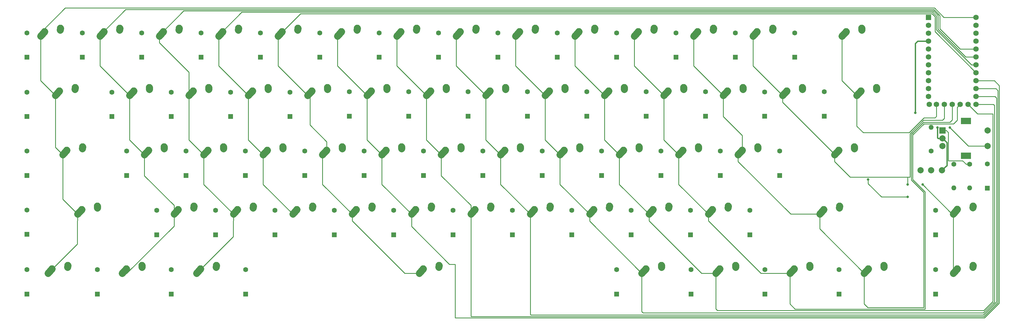
<source format=gbr>
G04 #@! TF.GenerationSoftware,KiCad,Pcbnew,(5.1.5)-3*
G04 #@! TF.CreationDate,2020-03-15T19:25:50-07:00*
G04 #@! TF.ProjectId,keyboard-layout,6b657962-6f61-4726-942d-6c61796f7574,rev?*
G04 #@! TF.SameCoordinates,Original*
G04 #@! TF.FileFunction,Copper,L2,Bot*
G04 #@! TF.FilePolarity,Positive*
%FSLAX46Y46*%
G04 Gerber Fmt 4.6, Leading zero omitted, Abs format (unit mm)*
G04 Created by KiCad (PCBNEW (5.1.5)-3) date 2020-03-15 19:25:50*
%MOMM*%
%LPD*%
G04 APERTURE LIST*
%ADD10R,2.000000X2.000000*%
%ADD11C,2.000000*%
%ADD12R,3.200000X2.000000*%
%ADD13C,2.250000*%
%ADD14C,2.250000*%
%ADD15R,1.752600X1.752600*%
%ADD16C,1.752600*%
%ADD17C,1.600000*%
%ADD18R,1.600000X1.600000*%
%ADD19C,1.998980*%
%ADD20O,1.600000X1.600000*%
%ADD21C,0.800000*%
%ADD22C,0.254000*%
%ADD23C,0.381000*%
G04 APERTURE END LIST*
D10*
X315153040Y-57297320D03*
D11*
X315153040Y-59797320D03*
X315153040Y-62297320D03*
D12*
X322653040Y-54197320D03*
X322653040Y-65397320D03*
D11*
X329653040Y-57297320D03*
X329653040Y-62297320D03*
D13*
X251102500Y-44071660D02*
X251142500Y-43491660D01*
D14*
X251142500Y-43491660D03*
D13*
X244792500Y-46031660D02*
X246102502Y-44571660D01*
D14*
X246102500Y-44571660D03*
D13*
X153523320Y-101211500D02*
X153563320Y-100631500D01*
D14*
X153563320Y-100631500D03*
D13*
X147213320Y-103171500D02*
X148523322Y-101711500D01*
D14*
X148523320Y-101711500D03*
D15*
X310673750Y-20955000D03*
D16*
X310673750Y-23495000D03*
X310673750Y-26035000D03*
X310673750Y-28575000D03*
X310673750Y-31115000D03*
X310673750Y-33655000D03*
X310673750Y-36195000D03*
X310673750Y-38735000D03*
X310673750Y-41275000D03*
X310673750Y-43815000D03*
X310673750Y-46355000D03*
X325913750Y-48895000D03*
X325913750Y-46355000D03*
X325913750Y-43815000D03*
X325913750Y-41275000D03*
X325913750Y-38735000D03*
X325913750Y-36195000D03*
X325913750Y-33655000D03*
X325913750Y-31115000D03*
X325913750Y-28575000D03*
X325913750Y-26035000D03*
X325913750Y-23495000D03*
X310902350Y-48895000D03*
X325913750Y-20955000D03*
X323373750Y-48895000D03*
X320833750Y-48895000D03*
X318293750Y-48895000D03*
X315753750Y-48895000D03*
X313213750Y-48895000D03*
D17*
X329565000Y-68048040D03*
D18*
X329565000Y-75848040D03*
D19*
X308107080Y-70081140D03*
D20*
X311531000Y-56261000D03*
D17*
X311531000Y-63881000D03*
D20*
X318770000Y-75758040D03*
D17*
X318770000Y-68138040D03*
D20*
X323850000Y-75758040D03*
D17*
X323850000Y-68138040D03*
D19*
X311536080Y-70081140D03*
D13*
X74879840Y-82153880D02*
X74919840Y-81573880D01*
D14*
X74919840Y-81573880D03*
D13*
X68569840Y-84113880D02*
X69879842Y-82653880D01*
D14*
X69879840Y-82653880D03*
D13*
X155852500Y-44071660D02*
X155892500Y-43491660D01*
D14*
X155892500Y-43491660D03*
D13*
X149542500Y-46031660D02*
X150852502Y-44571660D01*
D14*
X150852500Y-44571660D03*
D13*
X93929840Y-82153880D02*
X93969840Y-81573880D01*
D14*
X93969840Y-81573880D03*
D13*
X87619840Y-84113880D02*
X88929842Y-82653880D01*
D14*
X88929840Y-82653880D03*
D13*
X58245380Y-101216580D02*
X58285380Y-100636580D01*
D14*
X58285380Y-100636580D03*
D13*
X51935380Y-103176580D02*
X53245382Y-101716580D01*
D14*
X53245380Y-101716580D03*
D13*
X248722520Y-101216580D02*
X248762520Y-100636580D01*
D14*
X248762520Y-100636580D03*
D13*
X242412520Y-103176580D02*
X243722522Y-101716580D01*
D14*
X243722520Y-101716580D03*
D13*
X79652500Y-44071660D02*
X79692500Y-43491660D01*
D14*
X79692500Y-43491660D03*
D13*
X73342500Y-46031660D02*
X74652502Y-44571660D01*
D14*
X74652500Y-44571660D03*
D13*
X132029840Y-82153880D02*
X132069840Y-81573880D01*
D14*
X132069840Y-81573880D03*
D13*
X125719840Y-84113880D02*
X127029842Y-82653880D01*
D14*
X127029840Y-82653880D03*
D13*
X174902500Y-44071660D02*
X174942500Y-43491660D01*
D14*
X174942500Y-43491660D03*
D13*
X168592500Y-46031660D02*
X169902502Y-44571660D01*
D14*
X169902500Y-44571660D03*
D13*
X36782380Y-44079280D02*
X36822380Y-43499280D01*
D14*
X36822380Y-43499280D03*
D13*
X30472380Y-46039280D02*
X31782382Y-44579280D01*
D14*
X31782380Y-44579280D03*
D13*
X136802500Y-44071660D02*
X136842500Y-43491660D01*
D14*
X136842500Y-43491660D03*
D13*
X130492500Y-46031660D02*
X131802502Y-44571660D01*
D14*
X131802500Y-44571660D03*
D13*
X246329840Y-82153880D02*
X246369840Y-81573880D01*
D14*
X246369840Y-81573880D03*
D13*
X240019840Y-84113880D02*
X241329842Y-82653880D01*
D14*
X241329840Y-82653880D03*
D13*
X43927400Y-82174200D02*
X43967400Y-81594200D01*
D14*
X43967400Y-81594200D03*
D13*
X37617400Y-84134200D02*
X38927402Y-82674200D01*
D14*
X38927400Y-82674200D03*
D13*
X282052400Y-82158960D02*
X282092400Y-81578960D01*
D14*
X282092400Y-81578960D03*
D13*
X275742400Y-84118960D02*
X277052402Y-82658960D01*
D14*
X277052400Y-82658960D03*
D13*
X236817540Y-63121660D02*
X236857540Y-62541660D01*
D14*
X236857540Y-62541660D03*
D13*
X230507540Y-65081660D02*
X231817542Y-63621660D01*
D14*
X231817540Y-63621660D03*
D13*
X84417540Y-63121660D02*
X84457540Y-62541660D01*
D14*
X84457540Y-62541660D03*
D13*
X78107540Y-65081660D02*
X79417542Y-63621660D01*
D14*
X79417540Y-63621660D03*
D13*
X117752500Y-44071660D02*
X117792500Y-43491660D01*
D14*
X117792500Y-43491660D03*
D13*
X111442500Y-46031660D02*
X112752502Y-44571660D01*
D14*
X112752500Y-44571660D03*
D13*
X255867540Y-63121660D02*
X255907540Y-62541660D01*
D14*
X255907540Y-62541660D03*
D13*
X249557540Y-65081660D02*
X250867542Y-63621660D01*
D14*
X250867540Y-63621660D03*
D13*
X60602500Y-44071660D02*
X60642500Y-43491660D01*
D14*
X60642500Y-43491660D03*
D13*
X54292500Y-46031660D02*
X55602502Y-44571660D01*
D14*
X55602500Y-44571660D03*
D13*
X232052500Y-44071660D02*
X232092500Y-43491660D01*
D14*
X232092500Y-43491660D03*
D13*
X225742500Y-46031660D02*
X227052502Y-44571660D01*
D14*
X227052500Y-44571660D03*
D13*
X213002500Y-44071660D02*
X213042500Y-43491660D01*
D14*
X213042500Y-43491660D03*
D13*
X206692500Y-46031660D02*
X208002502Y-44571660D01*
D14*
X208002500Y-44571660D03*
D13*
X170129840Y-82153880D02*
X170169840Y-81573880D01*
D14*
X170169840Y-81573880D03*
D13*
X163819840Y-84113880D02*
X165129842Y-82653880D01*
D14*
X165129840Y-82653880D03*
D13*
X241577500Y-25021660D02*
X241617500Y-24441660D01*
D14*
X241617500Y-24441660D03*
D13*
X235267500Y-26981660D02*
X236577502Y-25521660D01*
D14*
X236577500Y-25521660D03*
D13*
X272529940Y-101216580D02*
X272569940Y-100636580D01*
D14*
X272569940Y-100636580D03*
D13*
X266219940Y-103176580D02*
X267529942Y-101716580D01*
D14*
X267529940Y-101716580D03*
D13*
X189179840Y-82153880D02*
X189219840Y-81573880D01*
D14*
X189219840Y-81573880D03*
D13*
X182869840Y-84113880D02*
X184179842Y-82653880D01*
D14*
X184179840Y-82653880D03*
D13*
X217767540Y-63121660D02*
X217807540Y-62541660D01*
D14*
X217807540Y-62541660D03*
D13*
X211457540Y-65081660D02*
X212767542Y-63621660D01*
D14*
X212767540Y-63621660D03*
D13*
X198717540Y-63121660D02*
X198757540Y-62541660D01*
D14*
X198757540Y-62541660D03*
D13*
X192407540Y-65081660D02*
X193717542Y-63621660D01*
D14*
X193717540Y-63621660D03*
D13*
X179667540Y-63121660D02*
X179707540Y-62541660D01*
D14*
X179707540Y-62541660D03*
D13*
X173357540Y-65081660D02*
X174667542Y-63621660D01*
D14*
X174667540Y-63621660D03*
D13*
X193952500Y-44071660D02*
X193992500Y-43491660D01*
D14*
X193992500Y-43491660D03*
D13*
X187642500Y-46031660D02*
X188952502Y-44571660D01*
D14*
X188952500Y-44571660D03*
D13*
X160617540Y-63121660D02*
X160657540Y-62541660D01*
D14*
X160657540Y-62541660D03*
D13*
X154307540Y-65081660D02*
X155617542Y-63621660D01*
D14*
X155617540Y-63621660D03*
D13*
X141567540Y-63121660D02*
X141607540Y-62541660D01*
D14*
X141607540Y-62541660D03*
D13*
X135257540Y-65081660D02*
X136567542Y-63621660D01*
D14*
X136567540Y-63621660D03*
D13*
X122517540Y-63121660D02*
X122557540Y-62541660D01*
D14*
X122557540Y-62541660D03*
D13*
X116207540Y-65081660D02*
X117517542Y-63621660D01*
D14*
X117517540Y-63621660D03*
D13*
X32027500Y-25021660D02*
X32067500Y-24441660D01*
D14*
X32067500Y-24441660D03*
D13*
X25717500Y-26981660D02*
X27027502Y-25521660D01*
D14*
X27027500Y-25521660D03*
D13*
X260627500Y-25021660D02*
X260667500Y-24441660D01*
D14*
X260667500Y-24441660D03*
D13*
X254317500Y-26981660D02*
X255627502Y-25521660D01*
D14*
X255627500Y-25521660D03*
D13*
X286840300Y-63119120D02*
X286880300Y-62539120D01*
D14*
X286880300Y-62539120D03*
D13*
X280530300Y-65079120D02*
X281840302Y-63619120D01*
D14*
X281840300Y-63619120D03*
D13*
X98702500Y-44071660D02*
X98742500Y-43491660D01*
D14*
X98742500Y-43491660D03*
D13*
X92392500Y-46031660D02*
X93702502Y-44571660D01*
D14*
X93702500Y-44571660D03*
D13*
X227279840Y-82153880D02*
X227319840Y-81573880D01*
D14*
X227319840Y-81573880D03*
D13*
X220969840Y-84113880D02*
X222279842Y-82653880D01*
D14*
X222279840Y-82653880D03*
D13*
X103467540Y-63121660D02*
X103507540Y-62541660D01*
D14*
X103507540Y-62541660D03*
D13*
X97157540Y-65081660D02*
X98467542Y-63621660D01*
D14*
X98467540Y-63621660D03*
D13*
X34415100Y-101216580D02*
X34455100Y-100636580D01*
D14*
X34455100Y-100636580D03*
D13*
X28105100Y-103176580D02*
X29415102Y-101716580D01*
D14*
X29415100Y-101716580D03*
D13*
X296334820Y-101216580D02*
X296374820Y-100636580D01*
D14*
X296374820Y-100636580D03*
D13*
X290024820Y-103176580D02*
X291334822Y-101716580D01*
D14*
X291334820Y-101716580D03*
D13*
X208229840Y-82153880D02*
X208269840Y-81573880D01*
D14*
X208269840Y-81573880D03*
D13*
X201919840Y-84113880D02*
X203229842Y-82653880D01*
D14*
X203229840Y-82653880D03*
D13*
X39164900Y-63131820D02*
X39204900Y-62551820D01*
D14*
X39204900Y-62551820D03*
D13*
X32854900Y-65091820D02*
X34164902Y-63631820D01*
D14*
X34164900Y-63631820D03*
D13*
X112979840Y-82153880D02*
X113019840Y-81573880D01*
D14*
X113019840Y-81573880D03*
D13*
X106669840Y-84113880D02*
X107979842Y-82653880D01*
D14*
X107979840Y-82653880D03*
D13*
X293972500Y-44086660D02*
X294012500Y-43506660D01*
D14*
X294012500Y-43506660D03*
D13*
X287662500Y-46046660D02*
X288972502Y-44586660D01*
D14*
X288972500Y-44586660D03*
D13*
X289202500Y-25021660D02*
X289242500Y-24441660D01*
D14*
X289242500Y-24441660D03*
D13*
X282892500Y-26981660D02*
X284202502Y-25521660D01*
D14*
X284202500Y-25521660D03*
D13*
X151079840Y-82153880D02*
X151119840Y-81573880D01*
D14*
X151119840Y-81573880D03*
D13*
X144769840Y-84113880D02*
X146079842Y-82653880D01*
D14*
X146079840Y-82653880D03*
D13*
X82073120Y-101216580D02*
X82113120Y-100636580D01*
D14*
X82113120Y-100636580D03*
D13*
X75763120Y-103176580D02*
X77073122Y-101716580D01*
D14*
X77073120Y-101716580D03*
D13*
X224953200Y-101196260D02*
X224993200Y-100616260D01*
D14*
X224993200Y-100616260D03*
D13*
X218643200Y-103156260D02*
X219953202Y-101696260D01*
D14*
X219953200Y-101696260D03*
D13*
X65367540Y-63121660D02*
X65407540Y-62541660D01*
D14*
X65407540Y-62541660D03*
D13*
X59057540Y-65081660D02*
X60367542Y-63621660D01*
D14*
X60367540Y-63621660D03*
D13*
X270152500Y-44071660D02*
X270192500Y-43491660D01*
D14*
X270192500Y-43491660D03*
D13*
X263842500Y-46031660D02*
X265152502Y-44571660D01*
D14*
X265152500Y-44571660D03*
D13*
X324889500Y-82114000D02*
X324929500Y-81534000D01*
D14*
X324929500Y-81534000D03*
D13*
X318579500Y-84074000D02*
X319889502Y-82614000D01*
D14*
X319889500Y-82614000D03*
D13*
X324889500Y-101221660D02*
X324929500Y-100641660D01*
D14*
X324929500Y-100641660D03*
D13*
X318579500Y-103181660D02*
X319889502Y-101721660D01*
D14*
X319889500Y-101721660D03*
D13*
X203477500Y-25021660D02*
X203517500Y-24441660D01*
D14*
X203517500Y-24441660D03*
D13*
X197167500Y-26981660D02*
X198477502Y-25521660D01*
D14*
X198477500Y-25521660D03*
D13*
X184427500Y-25021660D02*
X184467500Y-24441660D01*
D14*
X184467500Y-24441660D03*
D13*
X178117500Y-26981660D02*
X179427502Y-25521660D01*
D14*
X179427500Y-25521660D03*
D13*
X165377500Y-25021660D02*
X165417500Y-24441660D01*
D14*
X165417500Y-24441660D03*
D13*
X159067500Y-26981660D02*
X160377502Y-25521660D01*
D14*
X160377500Y-25521660D03*
D13*
X146327500Y-25021660D02*
X146367500Y-24441660D01*
D14*
X146367500Y-24441660D03*
D13*
X140017500Y-26981660D02*
X141327502Y-25521660D01*
D14*
X141327500Y-25521660D03*
D13*
X127277500Y-25021660D02*
X127317500Y-24441660D01*
D14*
X127317500Y-24441660D03*
D13*
X120967500Y-26981660D02*
X122277502Y-25521660D01*
D14*
X122277500Y-25521660D03*
D13*
X108227500Y-25021660D02*
X108267500Y-24441660D01*
D14*
X108267500Y-24441660D03*
D13*
X101917500Y-26981660D02*
X103227502Y-25521660D01*
D14*
X103227500Y-25521660D03*
D13*
X89177500Y-25021660D02*
X89217500Y-24441660D01*
D14*
X89217500Y-24441660D03*
D13*
X82867500Y-26981660D02*
X84177502Y-25521660D01*
D14*
X84177500Y-25521660D03*
D13*
X70127500Y-25021660D02*
X70167500Y-24441660D01*
D14*
X70167500Y-24441660D03*
D13*
X63817500Y-26981660D02*
X65127502Y-25521660D01*
D14*
X65127500Y-25521660D03*
D13*
X51077500Y-25021660D02*
X51117500Y-24441660D01*
D14*
X51117500Y-24441660D03*
D13*
X44767500Y-26981660D02*
X46077502Y-25521660D01*
D14*
X46077500Y-25521660D03*
D13*
X222527500Y-25021660D02*
X222567500Y-24441660D01*
D14*
X222567500Y-24441660D03*
D13*
X216217500Y-26981660D02*
X217527502Y-25521660D01*
D14*
X217527500Y-25521660D03*
D19*
X314965080Y-70081140D03*
D17*
X62992000Y-82968000D03*
D18*
X62992000Y-90768000D03*
D17*
X143891000Y-44868000D03*
D18*
X143891000Y-52668000D03*
D17*
X81915000Y-82968000D03*
D18*
X81915000Y-90768000D03*
D17*
X43942000Y-102018000D03*
D18*
X43942000Y-109818000D03*
D17*
X234442000Y-102018000D03*
D18*
X234442000Y-109818000D03*
D17*
X67691000Y-44995000D03*
D18*
X67691000Y-52795000D03*
D17*
X120015000Y-82968000D03*
D18*
X120015000Y-90768000D03*
D17*
X162941000Y-44868000D03*
D18*
X162941000Y-52668000D03*
D17*
X21336000Y-44995000D03*
D18*
X21336000Y-52795000D03*
D17*
X124841000Y-44868000D03*
D18*
X124841000Y-52668000D03*
D17*
X234315000Y-82968000D03*
D18*
X234315000Y-90768000D03*
D17*
X21336000Y-82841000D03*
D18*
X21336000Y-90641000D03*
D17*
X253365000Y-82968000D03*
D18*
X253365000Y-90768000D03*
D17*
X224790000Y-63918000D03*
D18*
X224790000Y-71718000D03*
D17*
X72390000Y-63918000D03*
D18*
X72390000Y-71718000D03*
D17*
X105791000Y-44995000D03*
D18*
X105791000Y-52795000D03*
D17*
X243840000Y-63918000D03*
D18*
X243840000Y-71718000D03*
D17*
X48641000Y-44995000D03*
D18*
X48641000Y-52795000D03*
D17*
X220091000Y-44868000D03*
D18*
X220091000Y-52668000D03*
D17*
X201041000Y-44868000D03*
D18*
X201041000Y-52668000D03*
D17*
X158115000Y-82968000D03*
D18*
X158115000Y-90768000D03*
D17*
X229616000Y-25945000D03*
D18*
X229616000Y-33745000D03*
D17*
X258191000Y-102018000D03*
D18*
X258191000Y-109818000D03*
D17*
X177165000Y-82968000D03*
D18*
X177165000Y-90768000D03*
D17*
X205740000Y-63918000D03*
D18*
X205740000Y-71718000D03*
D17*
X186690000Y-63918000D03*
D18*
X186690000Y-71718000D03*
D17*
X167640000Y-63918000D03*
D18*
X167640000Y-71718000D03*
D17*
X181991000Y-44868000D03*
D18*
X181991000Y-52668000D03*
D17*
X148590000Y-63918000D03*
D18*
X148590000Y-71718000D03*
D17*
X129540000Y-63918000D03*
D18*
X129540000Y-71718000D03*
D17*
X110490000Y-63918000D03*
D18*
X110490000Y-71718000D03*
D17*
X248666000Y-25945000D03*
D18*
X248666000Y-33745000D03*
D17*
X262890000Y-63918000D03*
D18*
X262890000Y-71718000D03*
D17*
X86741000Y-44995000D03*
D18*
X86741000Y-52795000D03*
D17*
X215265000Y-82968000D03*
D18*
X215265000Y-90768000D03*
D17*
X91440000Y-63918000D03*
D18*
X91440000Y-71718000D03*
D17*
X21336000Y-102018000D03*
D18*
X21336000Y-109818000D03*
D17*
X281940000Y-102018000D03*
D18*
X281940000Y-109818000D03*
D17*
X196215000Y-82968000D03*
D18*
X196215000Y-90768000D03*
D17*
X21336000Y-63918000D03*
D18*
X21336000Y-71718000D03*
D17*
X100965000Y-82968000D03*
D18*
X100965000Y-90768000D03*
D17*
X277241000Y-44868000D03*
D18*
X277241000Y-52668000D03*
D17*
X267716000Y-25945000D03*
D18*
X267716000Y-33745000D03*
D17*
X139065000Y-82968000D03*
D18*
X139065000Y-90768000D03*
D17*
X67691000Y-102018000D03*
D18*
X67691000Y-109818000D03*
D17*
X210566000Y-102018000D03*
D18*
X210566000Y-109818000D03*
D17*
X53340000Y-63918000D03*
D18*
X53340000Y-71718000D03*
D17*
X21336000Y-25945000D03*
D18*
X21336000Y-33745000D03*
D17*
X258064000Y-44901000D03*
D18*
X258064000Y-52701000D03*
D17*
X239141000Y-44868000D03*
D18*
X239141000Y-52668000D03*
D17*
X312928000Y-82968000D03*
D18*
X312928000Y-90768000D03*
D17*
X312928000Y-102018000D03*
D18*
X312928000Y-109818000D03*
D17*
X91567000Y-102018000D03*
D18*
X91567000Y-109818000D03*
D17*
X191516000Y-25945000D03*
D18*
X191516000Y-33745000D03*
D17*
X172466000Y-25945000D03*
D18*
X172466000Y-33745000D03*
D17*
X153416000Y-25945000D03*
D18*
X153416000Y-33745000D03*
D17*
X134366000Y-25945000D03*
D18*
X134366000Y-33745000D03*
D17*
X115316000Y-25945000D03*
D18*
X115316000Y-33745000D03*
D17*
X96266000Y-25945000D03*
D18*
X96266000Y-33745000D03*
D17*
X77216000Y-25945000D03*
D18*
X77216000Y-33745000D03*
D17*
X58166000Y-25945000D03*
D18*
X58166000Y-33745000D03*
D17*
X39116000Y-25945000D03*
D18*
X39116000Y-33745000D03*
D17*
X210566000Y-25945000D03*
D18*
X210566000Y-33745000D03*
D21*
X304006250Y-78581250D03*
X291306250Y-73025000D03*
X306387500Y-51593750D03*
X313531250Y-56356250D03*
X308768750Y-74612500D03*
X304006250Y-74612500D03*
X317500000Y-56356250D03*
X317500000Y-56356250D03*
D22*
X295550496Y-78581250D02*
X291306250Y-74337004D01*
X304006250Y-78581250D02*
X295550496Y-78581250D01*
X291306250Y-74337004D02*
X291306250Y-73025000D01*
D23*
X315964569Y-69081651D02*
X314965080Y-70081140D01*
X316543541Y-68502679D02*
X315964569Y-69081651D01*
X316543541Y-61187821D02*
X316543541Y-68502679D01*
X315153040Y-59797320D02*
X316543541Y-61187821D01*
X307181250Y-28575000D02*
X306387500Y-29368750D01*
X306387500Y-29368750D02*
X306387500Y-51593750D01*
X313738827Y-59797320D02*
X315153040Y-59797320D01*
X313531250Y-59589743D02*
X313738827Y-59797320D01*
X313531250Y-56356250D02*
X313531250Y-59589743D01*
X307181250Y-28575000D02*
X310673750Y-28575000D01*
D22*
X216217500Y-36506660D02*
X225742500Y-46031660D01*
X216217500Y-26981660D02*
X216217500Y-36506660D01*
X225742500Y-60316620D02*
X230507540Y-65081660D01*
X225742500Y-46031660D02*
X225742500Y-60316620D01*
X230507540Y-74601580D02*
X240019840Y-84113880D01*
X230507540Y-65081660D02*
X230507540Y-74601580D01*
X256917606Y-103176580D02*
X266219940Y-103176580D01*
X240019840Y-86278814D02*
X256917606Y-103176580D01*
X240019840Y-84113880D02*
X240019840Y-86278814D01*
X319881250Y-49847500D02*
X320833750Y-48895000D01*
X318722251Y-55133999D02*
X319881250Y-53975000D01*
X305593750Y-58737500D02*
X309197251Y-55133999D01*
X305593750Y-73025000D02*
X305593750Y-58737500D01*
X309562500Y-76993750D02*
X305593750Y-73025000D01*
X266219940Y-113026190D02*
X267833490Y-114639740D01*
X266219940Y-103176580D02*
X266219940Y-113026190D01*
X309197251Y-55133999D02*
X318722251Y-55133999D01*
X267833490Y-114639740D02*
X309562500Y-114639740D01*
X319881250Y-53975000D02*
X319881250Y-49847500D01*
X309562500Y-114639740D02*
X309562500Y-76993750D01*
X44767500Y-36506660D02*
X54292500Y-46031660D01*
X44767500Y-26981660D02*
X44767500Y-36506660D01*
X54292500Y-60316620D02*
X59057540Y-65081660D01*
X54292500Y-46031660D02*
X54292500Y-60316620D01*
X68569840Y-81343880D02*
X68569840Y-84113880D01*
X59057540Y-71831580D02*
X68569840Y-81343880D01*
X59057540Y-65081660D02*
X59057540Y-71831580D01*
X53376370Y-103176580D02*
X51935380Y-103176580D01*
X68569840Y-87983110D02*
X53376370Y-103176580D01*
X68569840Y-84113880D02*
X68569840Y-87983110D01*
X320833750Y-31115000D02*
X325913750Y-31115000D01*
X44767500Y-26670000D02*
X53047831Y-18389669D01*
X314325000Y-24606250D02*
X320833750Y-31115000D01*
X312375822Y-18389669D02*
X314325000Y-20338847D01*
X44767500Y-26981660D02*
X44767500Y-26670000D01*
X314325000Y-20338847D02*
X314325000Y-24606250D01*
X53047831Y-18389669D02*
X312375822Y-18389669D01*
X73342500Y-38576250D02*
X73342500Y-46031660D01*
X63817500Y-29051250D02*
X73342500Y-38576250D01*
X63817500Y-26981660D02*
X63817500Y-29051250D01*
X73342500Y-60316620D02*
X78107540Y-65081660D01*
X73342500Y-46031660D02*
X73342500Y-60316620D01*
X78107540Y-74601580D02*
X87619840Y-84113880D01*
X78107540Y-65081660D02*
X78107540Y-74601580D01*
X87551841Y-91387859D02*
X75763120Y-103176580D01*
X87551841Y-86279409D02*
X87551841Y-91387859D01*
X87619840Y-86211410D02*
X87551841Y-86279409D01*
X87619840Y-84113880D02*
X87619840Y-86211410D01*
X322580000Y-33655000D02*
X325913750Y-33655000D01*
X63817500Y-26981660D02*
X63817500Y-26670000D01*
X63817500Y-26670000D02*
X71643821Y-18843679D01*
X71643821Y-18843679D02*
X312187765Y-18843679D01*
X313660173Y-20316087D02*
X313660173Y-24735173D01*
X313660173Y-24735173D02*
X322580000Y-33655000D01*
X312187765Y-18843679D02*
X313660173Y-20316087D01*
X82867500Y-36506660D02*
X92392500Y-46031660D01*
X82867500Y-26981660D02*
X82867500Y-36506660D01*
X92392500Y-60316620D02*
X97157540Y-65081660D01*
X92392500Y-46031660D02*
X92392500Y-60316620D01*
X97157540Y-74601580D02*
X106669840Y-84113880D01*
X97157540Y-65081660D02*
X97157540Y-74601580D01*
X324440520Y-36195000D02*
X325913750Y-36195000D01*
X313191510Y-24945990D02*
X324440520Y-36195000D01*
X82867500Y-26670000D02*
X90239811Y-19297689D01*
X311999708Y-19297689D02*
X313206163Y-20504144D01*
X82867500Y-26981660D02*
X82867500Y-26670000D01*
X90239811Y-19297689D02*
X311999708Y-19297689D01*
X313206163Y-24931337D02*
X313191510Y-24945990D01*
X313206163Y-20504144D02*
X313206163Y-24931337D01*
X101917500Y-36506660D02*
X111442500Y-46031660D01*
X101917500Y-26981660D02*
X101917500Y-36506660D01*
X116207540Y-74601580D02*
X125719840Y-84113880D01*
X116207540Y-65081660D02*
X116207540Y-74601580D01*
X142612526Y-103171500D02*
X147213320Y-103171500D01*
X125719840Y-86278814D02*
X142612526Y-103171500D01*
X125719840Y-84113880D02*
X125719840Y-86278814D01*
X312737500Y-25558750D02*
X325913750Y-38735000D01*
X311811651Y-19751699D02*
X312737500Y-20677548D01*
X101917500Y-26981660D02*
X109147461Y-19751699D01*
X312737500Y-20677548D02*
X312737500Y-25558750D01*
X109147461Y-19751699D02*
X311811651Y-19751699D01*
X112167001Y-46756161D02*
X112167001Y-55525001D01*
X111442500Y-46031660D02*
X112167001Y-46756161D01*
X117517540Y-60875540D02*
X117517540Y-63621660D01*
X112167001Y-55525001D02*
X117517540Y-60875540D01*
X120967500Y-36506660D02*
X130492500Y-46031660D01*
X120967500Y-26981660D02*
X120967500Y-36506660D01*
X130492500Y-60316620D02*
X135257540Y-65081660D01*
X130492500Y-46031660D02*
X130492500Y-60316620D01*
X135257540Y-74601580D02*
X144769840Y-84113880D01*
X135257540Y-65081660D02*
X135257540Y-74601580D01*
X144769840Y-84113880D02*
X144769840Y-86278814D01*
X156900974Y-100258974D02*
X144769840Y-88127840D01*
X158750000Y-100258974D02*
X156900974Y-100258974D01*
X144769840Y-88127840D02*
X144769840Y-84113880D01*
X331787500Y-41275000D02*
X333375000Y-42862500D01*
X325913750Y-41275000D02*
X331787500Y-41275000D01*
X333375000Y-42862500D02*
X333375000Y-112712500D01*
X333375000Y-112712500D02*
X328612500Y-117475000D01*
X158750000Y-117475000D02*
X158750000Y-100258974D01*
X328612500Y-117475000D02*
X158750000Y-117475000D01*
X140017500Y-36506660D02*
X149542500Y-46031660D01*
X140017500Y-26981660D02*
X140017500Y-36506660D01*
X149542500Y-60316620D02*
X154307540Y-65081660D01*
X149542500Y-46031660D02*
X149542500Y-60316620D01*
X163819840Y-81343880D02*
X163819840Y-84113880D01*
X154307540Y-71831580D02*
X163819840Y-81343880D01*
X154307540Y-65081660D02*
X154307540Y-71831580D01*
X332285990Y-43815000D02*
X325913750Y-43815000D01*
X332920990Y-44450000D02*
X332285990Y-43815000D01*
X163819840Y-116988590D02*
X163852240Y-117020990D01*
X332920990Y-112524444D02*
X332920990Y-44450000D01*
X163852240Y-117020990D02*
X328424444Y-117020990D01*
X163819840Y-84113880D02*
X163819840Y-116988590D01*
X328424444Y-117020990D02*
X332920990Y-112524444D01*
X159067500Y-36506660D02*
X168592500Y-46031660D01*
X159067500Y-26981660D02*
X159067500Y-36506660D01*
X168592500Y-60316620D02*
X173357540Y-65081660D01*
X168592500Y-46031660D02*
X168592500Y-60316620D01*
X173357540Y-74601580D02*
X182869840Y-84113880D01*
X173357540Y-65081660D02*
X173357540Y-74601580D01*
X331990730Y-46355000D02*
X325913750Y-46355000D01*
X332466980Y-46831250D02*
X331990730Y-46355000D01*
X182869840Y-116373910D02*
X183062910Y-116566980D01*
X182869840Y-84113880D02*
X182869840Y-116373910D01*
X183062910Y-116566980D02*
X328236388Y-116566980D01*
X328236388Y-116566980D02*
X332466980Y-112336388D01*
X332466980Y-112336388D02*
X332466980Y-46831250D01*
X178117500Y-36506660D02*
X187642500Y-46031660D01*
X178117500Y-26981660D02*
X178117500Y-36506660D01*
X187642500Y-60316620D02*
X192407540Y-65081660D01*
X187642500Y-46031660D02*
X187642500Y-60316620D01*
X192407540Y-74601580D02*
X201919840Y-84113880D01*
X192407540Y-65081660D02*
X192407540Y-74601580D01*
X201919840Y-86432900D02*
X218643200Y-103156260D01*
X201919840Y-84113880D02*
X201919840Y-86432900D01*
X218643200Y-115455700D02*
X218643200Y-103156260D01*
X219075000Y-115887500D02*
X218643200Y-115455700D01*
X331470000Y-48895000D02*
X331787500Y-49212500D01*
X331787500Y-112373802D02*
X328273802Y-115887500D01*
X325913750Y-48895000D02*
X331470000Y-48895000D01*
X331787500Y-49212500D02*
X331787500Y-112373802D01*
X328273802Y-115887500D02*
X219075000Y-115887500D01*
X197167500Y-36506660D02*
X206692500Y-46031660D01*
X197167500Y-26981660D02*
X197167500Y-36506660D01*
X206692500Y-60316620D02*
X211457540Y-65081660D01*
X206692500Y-46031660D02*
X206692500Y-60316620D01*
X211457540Y-74601580D02*
X220969840Y-84113880D01*
X211457540Y-65081660D02*
X211457540Y-74601580D01*
X237867606Y-103176580D02*
X242412520Y-103176580D01*
X220969840Y-86278814D02*
X237867606Y-103176580D01*
X220969840Y-84113880D02*
X220969840Y-86278814D01*
X242412520Y-103176580D02*
X242412520Y-114618770D01*
X242887500Y-115093750D02*
X328425486Y-115093750D01*
X242412520Y-114618770D02*
X242887500Y-115093750D01*
X331333490Y-112185746D02*
X331333490Y-51933490D01*
X328425486Y-115093750D02*
X331333490Y-112185746D01*
X326412240Y-51933490D02*
X323373750Y-48895000D01*
X331333490Y-51933490D02*
X326412240Y-51933490D01*
X254317500Y-36506660D02*
X263842500Y-46031660D01*
X254317500Y-26981660D02*
X254317500Y-36506660D01*
X280530300Y-64884394D02*
X280530300Y-65079120D01*
X263842500Y-48196594D02*
X280530300Y-64884394D01*
X263842500Y-46031660D02*
X263842500Y-48196594D01*
X318579500Y-84074000D02*
X318579500Y-103181660D01*
X309072117Y-53975000D02*
X315118750Y-53975000D01*
X280530300Y-67244054D02*
X285517496Y-72231250D01*
X315118750Y-53975000D02*
X315753750Y-53340000D01*
X280530300Y-65079120D02*
X280530300Y-67244054D01*
X315753750Y-53340000D02*
X315753750Y-48895000D01*
X304951684Y-58095433D02*
X309072117Y-53975000D01*
X304685730Y-72231250D02*
X304685730Y-58361386D01*
X304685730Y-58361386D02*
X304951684Y-58095433D01*
X318579500Y-84074000D02*
X318230250Y-84074000D01*
X318230250Y-84074000D02*
X308768750Y-74612500D01*
X304006250Y-74612500D02*
X304006250Y-72231250D01*
X285517496Y-72231250D02*
X304006250Y-72231250D01*
X304006250Y-72231250D02*
X304685730Y-72231250D01*
X235267500Y-36506660D02*
X244792500Y-46031660D01*
X235267500Y-26981660D02*
X235267500Y-36506660D01*
X249557540Y-67246594D02*
X266429906Y-84118960D01*
X266429906Y-84118960D02*
X275742400Y-84118960D01*
X249557540Y-65081660D02*
X249557540Y-67246594D01*
X275742400Y-88894160D02*
X290024820Y-103176580D01*
X275742400Y-84118960D02*
X275742400Y-88894160D01*
X290024820Y-113018570D02*
X291191980Y-114185730D01*
X290024820Y-103176580D02*
X290024820Y-113018570D01*
X291191980Y-114185730D02*
X309108490Y-114185730D01*
X309108490Y-77181806D02*
X305139740Y-73213057D01*
X309108490Y-114185730D02*
X309108490Y-77181806D01*
X305139740Y-58549443D02*
X309009194Y-54679989D01*
X305139740Y-73213057D02*
X305139740Y-58549443D01*
X309009194Y-54679989D02*
X317500000Y-54679989D01*
X318293750Y-53886239D02*
X318293750Y-48895000D01*
X317500000Y-54679989D02*
X318293750Y-53886239D01*
X244792500Y-46031660D02*
X244792500Y-52768500D01*
X250867540Y-58843540D02*
X250867540Y-63621660D01*
X244792500Y-52768500D02*
X250867540Y-58843540D01*
X282892500Y-41276660D02*
X287662500Y-46046660D01*
X282892500Y-26981660D02*
X282892500Y-41276660D01*
X312737500Y-53181250D02*
X313213750Y-52705000D01*
X313213750Y-52705000D02*
X313213750Y-48895000D01*
X287662500Y-55887500D02*
X289718750Y-57943750D01*
X304461299Y-57943750D02*
X309223799Y-53181250D01*
X287662500Y-46046660D02*
X287662500Y-55887500D01*
X289718750Y-57943750D02*
X304461299Y-57943750D01*
X309223799Y-53181250D02*
X312737500Y-53181250D01*
X329653040Y-62297320D02*
X323441070Y-62297320D01*
X323441070Y-62297320D02*
X317500000Y-56356250D01*
X25717500Y-41284400D02*
X30472380Y-46039280D01*
X25717500Y-26981660D02*
X25717500Y-41284400D01*
X30472380Y-62709300D02*
X32854900Y-65091820D01*
X30472380Y-46039280D02*
X30472380Y-62709300D01*
X32854900Y-79371700D02*
X37617400Y-84134200D01*
X32854900Y-65091820D02*
X32854900Y-79371700D01*
X37549401Y-86275599D02*
X37549401Y-93732279D01*
X37549401Y-93732279D02*
X28105100Y-103176580D01*
X37617400Y-86207600D02*
X37549401Y-86275599D01*
X37617400Y-84134200D02*
X37617400Y-86207600D01*
X312563879Y-17935659D02*
X33658091Y-17935659D01*
X25717500Y-25876250D02*
X25717500Y-26981660D01*
X325913750Y-20955000D02*
X315583220Y-20955000D01*
X33658091Y-17935659D02*
X25717500Y-25876250D01*
X315583220Y-20955000D02*
X312563879Y-17935659D01*
X321591629Y-67011039D02*
X317042289Y-67011039D01*
X323850000Y-68138040D02*
X322718630Y-68138040D01*
X322718630Y-68138040D02*
X321591629Y-67011039D01*
X316407040Y-57297320D02*
X315153040Y-57297320D01*
X317042289Y-57932569D02*
X316407040Y-57297320D01*
X317042289Y-67011039D02*
X317042289Y-57932569D01*
M02*

</source>
